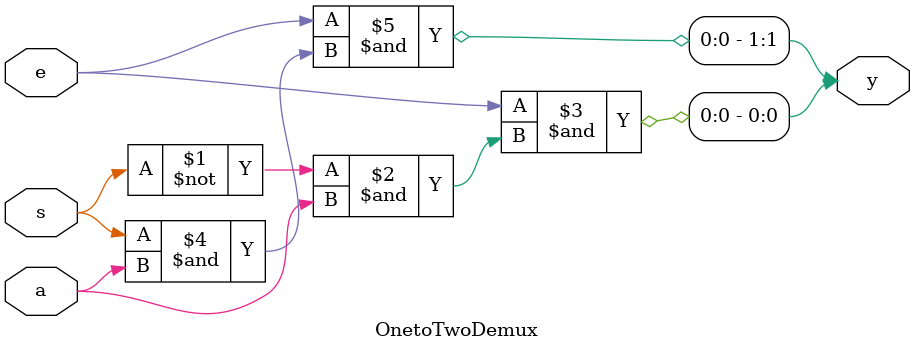
<source format=v>
module OnetoTwoDemux (
    input a,e,s,
    output [1:0]y
);
    assign y[0] = e & (~s & a);
    assign y[1] = e & (s & a);
endmodule
</source>
